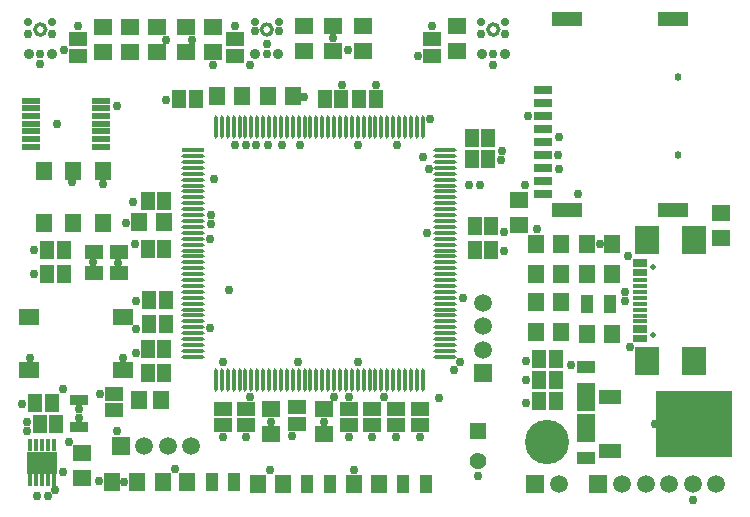
<source format=gbr>
%TF.GenerationSoftware,Altium Limited,Altium Designer,21.9.2 (33)*%
G04 Layer_Color=8388736*
%FSLAX45Y45*%
%MOMM*%
%TF.SameCoordinates,8C9FB855-A7A5-4AEE-82B0-D85B10D48A85*%
%TF.FilePolarity,Negative*%
%TF.FileFunction,Soldermask,Top*%
%TF.Part,Single*%
G01*
G75*
%TA.AperFunction,SMDPad,CuDef*%
%ADD19R,0.25000X0.25000*%
G04:AMPARAMS|DCode=23|XSize=0.31247mm|YSize=1.95524mm|CornerRadius=0.15624mm|HoleSize=0mm|Usage=FLASHONLY|Rotation=0.000|XOffset=0mm|YOffset=0mm|HoleType=Round|Shape=RoundedRectangle|*
%AMROUNDEDRECTD23*
21,1,0.31247,1.64277,0,0,0.0*
21,1,0.00000,1.95524,0,0,0.0*
1,1,0.31247,0.00000,-0.82138*
1,1,0.31247,0.00000,-0.82138*
1,1,0.31247,0.00000,0.82138*
1,1,0.31247,0.00000,0.82138*
%
%ADD23ROUNDEDRECTD23*%
G04:AMPARAMS|DCode=24|XSize=1.95524mm|YSize=0.31247mm|CornerRadius=0.15624mm|HoleSize=0mm|Usage=FLASHONLY|Rotation=0.000|XOffset=0mm|YOffset=0mm|HoleType=Round|Shape=RoundedRectangle|*
%AMROUNDEDRECTD24*
21,1,1.95524,0.00000,0,0,0.0*
21,1,1.64277,0.31247,0,0,0.0*
1,1,0.31247,0.82138,0.00000*
1,1,0.31247,-0.82138,0.00000*
1,1,0.31247,-0.82138,0.00000*
1,1,0.31247,0.82138,0.00000*
%
%ADD24ROUNDEDRECTD24*%
%ADD25R,1.95524X0.31247*%
%ADD32R,1.45490X1.55620*%
%TA.AperFunction,ComponentPad*%
%ADD56C,0.47500*%
%ADD57C,0.62500*%
%ADD58R,1.50000X1.50000*%
%ADD59C,1.50000*%
%ADD60R,1.50000X1.50000*%
%ADD61C,0.15000*%
%ADD62C,1.42500*%
%ADD63R,1.42500X1.42500*%
%TA.AperFunction,ViaPad*%
%ADD64C,0.75000*%
%ADD65C,3.75000*%
%TA.AperFunction,NonConductor*%
%ADD71C,0.32000*%
%TA.AperFunction,SMDPad,CuDef*%
%ADD72R,1.65000X1.35000*%
%TA.AperFunction,ConnectorPad*%
%ADD73R,1.30000X0.45000*%
%ADD74R,2.15000X2.33000*%
%ADD75R,1.55000X0.77000*%
%ADD76R,2.55000X1.25000*%
%TA.AperFunction,SMDPad,CuDef*%
%ADD77R,1.05000X1.55000*%
%ADD78R,1.25000X1.50000*%
%ADD79R,1.60000X0.90000*%
%ADD80C,0.87300*%
%ADD81C,0.71200*%
%ADD82C,0.76200*%
%ADD83R,1.50000X1.25000*%
%ADD84R,6.50000X5.70000*%
%ADD85R,1.90000X1.15000*%
%ADD86R,1.35000X1.65000*%
%ADD87R,1.70000X1.45000*%
%ADD88R,1.60000X1.20000*%
%ADD89R,1.35000X1.55000*%
%ADD90R,2.60000X1.85000*%
%ADD91R,0.45000X1.00000*%
%ADD92R,1.55000X1.05000*%
%ADD93R,1.55000X2.35000*%
%ADD94R,1.62500X0.60000*%
D19*
X15650200Y10424500D02*
D03*
X11814800D02*
D03*
X13732504D02*
D03*
D23*
X13349001Y9595749D02*
D03*
X13398997D02*
D03*
X13449001D02*
D03*
X13498997D02*
D03*
X13549001D02*
D03*
X13599004D02*
D03*
X13649001D02*
D03*
X13699002D02*
D03*
X13749001D02*
D03*
X13799002D02*
D03*
X13848999D02*
D03*
X13899002D02*
D03*
X13948999D02*
D03*
X13999002D02*
D03*
X14048999D02*
D03*
X14099002D02*
D03*
X14148999D02*
D03*
X14199001D02*
D03*
X14248999D02*
D03*
X14299001D02*
D03*
X14348997D02*
D03*
X14399001D02*
D03*
X14448997D02*
D03*
X14499001D02*
D03*
X14548997D02*
D03*
X14599001D02*
D03*
X14648997D02*
D03*
X14699001D02*
D03*
X14748997D02*
D03*
X14799001D02*
D03*
X14849004D02*
D03*
X14899001D02*
D03*
X14949002D02*
D03*
X14999001D02*
D03*
X15049002D02*
D03*
X15099001D02*
D03*
Y7460656D02*
D03*
X15049002D02*
D03*
X14999001D02*
D03*
X14949002D02*
D03*
X14899001D02*
D03*
X14849004D02*
D03*
X14799001D02*
D03*
X14748997D02*
D03*
X14699001D02*
D03*
X14648997D02*
D03*
X14599001D02*
D03*
X14548997D02*
D03*
X14499001D02*
D03*
X14448997D02*
D03*
X14399001D02*
D03*
X14348997D02*
D03*
X14299001D02*
D03*
X14248999D02*
D03*
X14199001D02*
D03*
X14148999D02*
D03*
X14099002D02*
D03*
X14048999D02*
D03*
X13999002D02*
D03*
X13948999D02*
D03*
X13899002D02*
D03*
X13848999D02*
D03*
X13799002D02*
D03*
X13749001D02*
D03*
X13699002D02*
D03*
X13649001D02*
D03*
X13599004D02*
D03*
X13549001D02*
D03*
X13498997D02*
D03*
X13449001D02*
D03*
X13398997D02*
D03*
X13349001D02*
D03*
D24*
X15291547Y9403202D02*
D03*
Y9353205D02*
D03*
Y9303202D02*
D03*
Y9253205D02*
D03*
Y9203202D02*
D03*
Y9153205D02*
D03*
Y9103203D02*
D03*
Y9053200D02*
D03*
Y9003203D02*
D03*
Y8953200D02*
D03*
Y8903203D02*
D03*
Y8853200D02*
D03*
Y8803203D02*
D03*
Y8753201D02*
D03*
Y8703203D02*
D03*
Y8653201D02*
D03*
Y8603204D02*
D03*
Y8553201D02*
D03*
Y8503204D02*
D03*
Y8453201D02*
D03*
Y8403204D02*
D03*
Y8353201D02*
D03*
Y8303204D02*
D03*
Y8253202D02*
D03*
Y8203204D02*
D03*
Y8153202D02*
D03*
Y8103205D02*
D03*
Y8053202D02*
D03*
Y8003205D02*
D03*
Y7953202D02*
D03*
Y7903205D02*
D03*
Y7853202D02*
D03*
Y7803200D02*
D03*
Y7753203D02*
D03*
Y7703200D02*
D03*
Y7653203D02*
D03*
X13156453D02*
D03*
Y7703200D02*
D03*
Y7753203D02*
D03*
Y7803200D02*
D03*
Y7853202D02*
D03*
Y7903205D02*
D03*
Y7953202D02*
D03*
Y8003205D02*
D03*
Y8053202D02*
D03*
Y8103205D02*
D03*
Y8153202D02*
D03*
Y8203204D02*
D03*
Y8253202D02*
D03*
Y8303204D02*
D03*
Y8353201D02*
D03*
Y8403204D02*
D03*
Y8453201D02*
D03*
Y8503204D02*
D03*
Y8553201D02*
D03*
Y8603204D02*
D03*
Y8653201D02*
D03*
Y8703203D02*
D03*
Y8753201D02*
D03*
Y8803203D02*
D03*
Y8853200D02*
D03*
Y8903203D02*
D03*
Y8953200D02*
D03*
Y9003203D02*
D03*
Y9053200D02*
D03*
Y9103203D02*
D03*
Y9153205D02*
D03*
Y9203202D02*
D03*
Y9253205D02*
D03*
Y9303202D02*
D03*
Y9353205D02*
D03*
D25*
Y9403202D02*
D03*
D32*
X12696337Y7283602D02*
D03*
X12881464D02*
D03*
D56*
X17049802Y7838999D02*
D03*
Y8417001D02*
D03*
D57*
X17260500Y9363304D02*
D03*
Y10023302D02*
D03*
D58*
X15608299Y7512101D02*
D03*
D59*
Y7712100D02*
D03*
Y7912100D02*
D03*
Y8112100D02*
D03*
X12741300Y6896100D02*
D03*
X12941299D02*
D03*
X13141299D02*
D03*
X16786301Y6578600D02*
D03*
X16986301D02*
D03*
X17186301D02*
D03*
X17386301D02*
D03*
X17586301D02*
D03*
X16252800D02*
D03*
D60*
X12541301Y6896100D02*
D03*
X16586302Y6578600D02*
D03*
X16052800D02*
D03*
D61*
X15697200Y10423947D02*
D03*
X11861800D02*
D03*
X13779500D02*
D03*
D62*
X15570200Y6773098D02*
D03*
D63*
Y7023100D02*
D03*
D64*
X16598900Y8610600D02*
D03*
X16414809Y9028987D02*
D03*
X15963901Y9105900D02*
D03*
X16256000Y9245600D02*
D03*
X13335001Y9156700D02*
D03*
X12509500Y9779000D02*
D03*
X12052300Y7378700D02*
D03*
X11709400Y7251700D02*
D03*
X11861800Y10134600D02*
D03*
X14097000Y9855200D02*
D03*
X12389933Y9113355D02*
D03*
X15773399Y9398000D02*
D03*
X13995399Y6985000D02*
D03*
X17068800Y7086600D02*
D03*
X12674600Y7683500D02*
D03*
X12928600Y10337800D02*
D03*
X14058900Y9448800D02*
D03*
X14554201D02*
D03*
X15760699Y9321800D02*
D03*
X15100301Y9347200D02*
D03*
X15138400Y8699500D02*
D03*
X15443201Y8153400D02*
D03*
X14554201Y7607300D02*
D03*
X14046201D02*
D03*
X13411200D02*
D03*
X13296899Y7899400D02*
D03*
Y8648700D02*
D03*
X14350999Y7315200D02*
D03*
X14770100D02*
D03*
X15239999Y7302500D02*
D03*
X15786099Y8547100D02*
D03*
Y8712200D02*
D03*
X12065000Y10248900D02*
D03*
X15367000Y7543800D02*
D03*
X15417799Y7607300D02*
D03*
X13601700Y9448800D02*
D03*
X13512801D02*
D03*
X16357600Y7581900D02*
D03*
X13309599Y8775700D02*
D03*
Y8851900D02*
D03*
X12357100Y6604000D02*
D03*
X13792200Y9448800D02*
D03*
X13690601D02*
D03*
X13462000Y8216900D02*
D03*
X13906500Y9448800D02*
D03*
X14884399D02*
D03*
X15163800Y9664700D02*
D03*
X15151100Y9245600D02*
D03*
X17386301Y6438900D02*
D03*
X14706599Y9956800D02*
D03*
X14414500D02*
D03*
X15798801Y10388600D02*
D03*
X15595599D02*
D03*
X15697200Y10121900D02*
D03*
X11964346Y10385874D02*
D03*
X11760200Y10388600D02*
D03*
X13881100Y10414000D02*
D03*
X13677901D02*
D03*
X13779500Y10299700D02*
D03*
X13639799Y10121900D02*
D03*
X13322301D02*
D03*
X13144501Y10337800D02*
D03*
X13639799Y7315200D02*
D03*
X15062199Y10198100D02*
D03*
X14338300Y10350500D02*
D03*
X14478000Y7315200D02*
D03*
X14465300Y10248900D02*
D03*
X12128500Y9131300D02*
D03*
X12928600Y9829800D02*
D03*
X15570200Y6642100D02*
D03*
X15176500Y10452100D02*
D03*
X13512801D02*
D03*
X12179300D02*
D03*
X16065500Y8737600D02*
D03*
X16256000Y9512300D02*
D03*
X12001500Y9626600D02*
D03*
X12661900Y8610600D02*
D03*
X12585700Y8788400D02*
D03*
X12649200Y8966200D02*
D03*
X11811000Y8559800D02*
D03*
Y8356600D02*
D03*
X12306300Y8458200D02*
D03*
X12522200Y8445500D02*
D03*
X12674600Y8128000D02*
D03*
Y7886700D02*
D03*
X11772900Y7645400D02*
D03*
X12560300D02*
D03*
X12369800Y7340600D02*
D03*
X15074899Y6972300D02*
D03*
X14871700D02*
D03*
X14668500D02*
D03*
X14478000D02*
D03*
X14262100Y7099300D02*
D03*
X13817599D02*
D03*
X13601700Y6972300D02*
D03*
X13411200D02*
D03*
X12103100Y6934200D02*
D03*
X11747500Y7099300D02*
D03*
Y7023100D02*
D03*
X13804900Y6692900D02*
D03*
X13004800Y6705600D02*
D03*
X12509500Y7023100D02*
D03*
X14516100Y6692900D02*
D03*
X12192000Y7137400D02*
D03*
Y7213600D02*
D03*
X11925300Y6477000D02*
D03*
X11988800Y6527800D02*
D03*
X11836400Y6477000D02*
D03*
X12573000Y6591300D02*
D03*
X12052300Y6680200D02*
D03*
X15976601Y7264400D02*
D03*
Y7454900D02*
D03*
Y7620000D02*
D03*
X16854369Y7735768D02*
D03*
X16840199Y8509000D02*
D03*
X16243300Y9359900D02*
D03*
X16814799Y8128000D02*
D03*
Y8204200D02*
D03*
X15582899Y9105900D02*
D03*
X15494000D02*
D03*
X15989301Y9690100D02*
D03*
D65*
X16154401Y6934200D02*
D03*
D71*
X15743050Y10423950D02*
G03*
X15743050Y10423950I-45850J0D01*
G01*
X11907650D02*
G03*
X11907650Y10423950I-45850J0D01*
G01*
X13825349D02*
G03*
X13825349Y10423950I-45850J0D01*
G01*
D72*
X17627600Y8871400D02*
D03*
Y8661400D02*
D03*
X15913100Y8982300D02*
D03*
Y8772300D02*
D03*
X13817599Y7000804D02*
D03*
Y7210801D02*
D03*
X14262100D02*
D03*
Y7000804D02*
D03*
X12395200Y10232796D02*
D03*
Y10442793D02*
D03*
X15392400Y10455499D02*
D03*
Y10245496D02*
D03*
X14097000Y10245500D02*
D03*
Y10455497D02*
D03*
X13093700Y10232796D02*
D03*
Y10442799D02*
D03*
X12623800D02*
D03*
Y10232796D02*
D03*
X12217400Y6835999D02*
D03*
Y6625996D02*
D03*
X14592300Y10245501D02*
D03*
Y10455504D02*
D03*
X14338300Y10245496D02*
D03*
Y10455499D02*
D03*
X12852400Y10232796D02*
D03*
Y10442793D02*
D03*
X13322301Y10442799D02*
D03*
Y10232796D02*
D03*
D73*
X16942297Y7792999D02*
D03*
Y7872999D02*
D03*
Y8003002D02*
D03*
Y8103001D02*
D03*
Y8152999D02*
D03*
Y8252998D02*
D03*
Y8383001D02*
D03*
Y8463001D02*
D03*
Y8432998D02*
D03*
Y8352998D02*
D03*
Y8303001D02*
D03*
Y8203001D02*
D03*
Y8052999D02*
D03*
Y7952999D02*
D03*
Y7903002D02*
D03*
Y7823002D02*
D03*
D74*
X17392802Y7616998D02*
D03*
Y8639002D02*
D03*
X16999799Y7616998D02*
D03*
Y8639002D02*
D03*
D75*
X16118500Y9913300D02*
D03*
Y9803303D02*
D03*
Y9693300D02*
D03*
Y9583303D02*
D03*
Y9473301D02*
D03*
Y9363304D02*
D03*
Y9253301D02*
D03*
Y9143304D02*
D03*
Y9033302D02*
D03*
D76*
X16318500Y8895304D02*
D03*
X17218497D02*
D03*
Y10510302D02*
D03*
X16318500D02*
D03*
D77*
X13315701Y6591300D02*
D03*
X13505704D02*
D03*
X14122400Y6578600D02*
D03*
X14312402D02*
D03*
X14935201D02*
D03*
X15125201D02*
D03*
X16491199Y8102600D02*
D03*
X16681201D02*
D03*
D78*
X12909702Y8566302D02*
D03*
X12769703D02*
D03*
X11957202Y7264400D02*
D03*
X11817203D02*
D03*
X11995302Y7086600D02*
D03*
X11855298D02*
D03*
X13036398Y9836302D02*
D03*
X13176398D02*
D03*
X14268303D02*
D03*
X14408302D02*
D03*
X14560403D02*
D03*
X14700401D02*
D03*
X15678302Y8559800D02*
D03*
X15538303D02*
D03*
X15652902Y9328302D02*
D03*
X15512903D02*
D03*
X15652902Y9506102D02*
D03*
X15512903D02*
D03*
X15678302Y8756802D02*
D03*
X15538303D02*
D03*
X12922401Y8134502D02*
D03*
X12782403D02*
D03*
X12922401Y7931302D02*
D03*
X12782403D02*
D03*
X11918798Y8350397D02*
D03*
X12058797D02*
D03*
X12769698Y7715402D02*
D03*
X12909697D02*
D03*
X12769698Y7512202D02*
D03*
X12909697D02*
D03*
X12058797Y8553602D02*
D03*
X11918798D02*
D03*
X12769703Y8972702D02*
D03*
X12909702D02*
D03*
X16224402Y7454900D02*
D03*
X16084402D02*
D03*
X16084398Y7632700D02*
D03*
X16224402D02*
D03*
Y7277100D02*
D03*
X16084398D02*
D03*
D79*
X12192000Y7060499D02*
D03*
Y7290501D02*
D03*
D80*
X15600600Y10213650D02*
D03*
X15793800D02*
D03*
X11958401D02*
D03*
X11765199D02*
D03*
X13876102D02*
D03*
X13682904D02*
D03*
D81*
X15595702Y10487350D02*
D03*
X15798698D02*
D03*
X11963298D02*
D03*
X11760297D02*
D03*
X13881003D02*
D03*
X13678001D02*
D03*
D82*
X15697200Y10213650D02*
D03*
X11861800D02*
D03*
X13779500D02*
D03*
D83*
X12179300Y10204303D02*
D03*
Y10344302D02*
D03*
X15074899Y7213905D02*
D03*
Y7073905D02*
D03*
X14668500Y7213900D02*
D03*
Y7073900D02*
D03*
X14871700D02*
D03*
Y7213900D02*
D03*
X14478000Y7073900D02*
D03*
Y7213900D02*
D03*
X14033501Y7226605D02*
D03*
Y7086605D02*
D03*
X13411200Y7213905D02*
D03*
Y7073905D02*
D03*
X13601700Y7213905D02*
D03*
Y7073900D02*
D03*
X12484100Y7340900D02*
D03*
Y7200900D02*
D03*
X15176500Y10344302D02*
D03*
Y10204298D02*
D03*
X13512801Y10344302D02*
D03*
Y10204303D02*
D03*
D84*
X17399001Y7086600D02*
D03*
D85*
X16688998Y6858102D02*
D03*
Y7315098D02*
D03*
D86*
X13916000Y6578600D02*
D03*
X13706003D02*
D03*
X13106598Y6591300D02*
D03*
X12896600D02*
D03*
X14728799Y6578600D02*
D03*
X14518803D02*
D03*
X13788802Y9861702D02*
D03*
X13998804D02*
D03*
X13357001D02*
D03*
X13566998D02*
D03*
X12906599Y8794902D02*
D03*
X12696596D02*
D03*
X12468001Y6591300D02*
D03*
X12678004D02*
D03*
X16703899Y7848600D02*
D03*
X16493901D02*
D03*
X16268700Y8610600D02*
D03*
X16058704D02*
D03*
Y7861300D02*
D03*
X16268700D02*
D03*
X16058704Y8115300D02*
D03*
X16268700D02*
D03*
X16058704Y8356600D02*
D03*
X16268700D02*
D03*
X16493901Y8610600D02*
D03*
X16703905D02*
D03*
Y8356600D02*
D03*
X16493901D02*
D03*
D87*
X11769100Y7991201D02*
D03*
X12564100D02*
D03*
X11769100Y7541199D02*
D03*
X12564100D02*
D03*
D88*
X12528103Y8359506D02*
D03*
X12313102D02*
D03*
Y8544504D02*
D03*
X12528103D02*
D03*
D89*
X12391202Y9224300D02*
D03*
X12141200D02*
D03*
X11891198D02*
D03*
X12391202Y8784300D02*
D03*
X12141200D02*
D03*
X11891198D02*
D03*
D90*
X11874500Y6756400D02*
D03*
D91*
X11974500Y6606398D02*
D03*
X11924502D02*
D03*
X11874500D02*
D03*
X11824503D02*
D03*
X11774500D02*
D03*
Y6906402D02*
D03*
X11824503D02*
D03*
X11874500D02*
D03*
X11924502D02*
D03*
X11974500D02*
D03*
D92*
X16484599Y7569200D02*
D03*
Y6796898D02*
D03*
D93*
Y7314199D02*
D03*
Y7051899D02*
D03*
D94*
X12371502Y9821601D02*
D03*
Y9756602D02*
D03*
Y9691599D02*
D03*
Y9626600D02*
D03*
Y9561601D02*
D03*
Y9496598D02*
D03*
Y9431599D02*
D03*
X11783898D02*
D03*
Y9496598D02*
D03*
Y9561601D02*
D03*
Y9626600D02*
D03*
Y9691599D02*
D03*
Y9756602D02*
D03*
Y9821601D02*
D03*
%TF.MD5,3ec24e7bb965312a929e8d97919557cf*%
M02*

</source>
